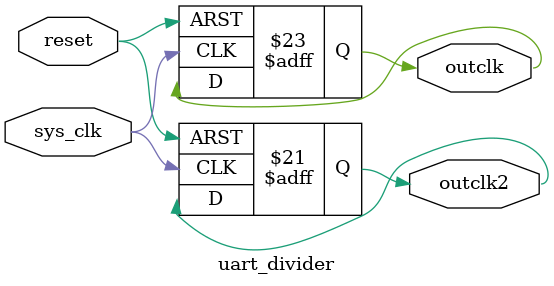
<source format=v>
module uart_divider
	#(parameter COUNT = 0, CLK2_MUL = 5)
	(input sys_clk,
	 input reset,
	 output reg outclk,
	 output reg outclk2);
	localparam BITS  = $clog2(COUNT);
	reg [(BITS-1):0] counter;
	always @(posedge sys_clk or posedge reset)
	begin
		if(reset) begin
			counter <= 'b0;
			outclk <= 'b0;
		end else begin
			if(counter == (COUNT - 1)) begin
				counter <= 'b0;
				outclk <= ~outclk;
			end else
				counter <= counter + 1'b1;
		end
	end
	localparam COUNT2 = COUNT / CLK2_MUL;
	localparam BITS2 = $clog2(COUNT2);
	reg [(BITS2-1):0] counter2;
	always @(posedge sys_clk or posedge reset)
	begin
		if(reset) begin
			counter2 <= 'b0;
			outclk2 <= 'b0;
		end else begin
			if(counter2 == (COUNT2 - 1)) begin
				counter2 <= 'b0;
				outclk2 <= ~outclk2;
			end else
				counter2 <= counter2 + 1'b1;
		end
	end
endmodule
</source>
